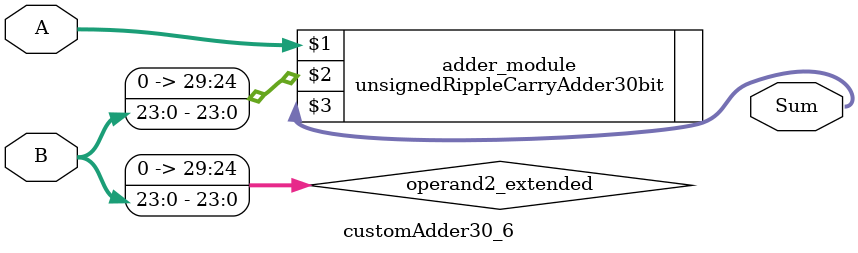
<source format=v>

module customAdder30_6(
                    input [29 : 0] A,
                    input [23 : 0] B,
                    
                    output [30 : 0] Sum
            );

    wire [29 : 0] operand2_extended;
    
    assign operand2_extended =  {6'b0, B};
    
    unsignedRippleCarryAdder30bit adder_module(
        A,
        operand2_extended,
        Sum
    );
    
endmodule
        
</source>
